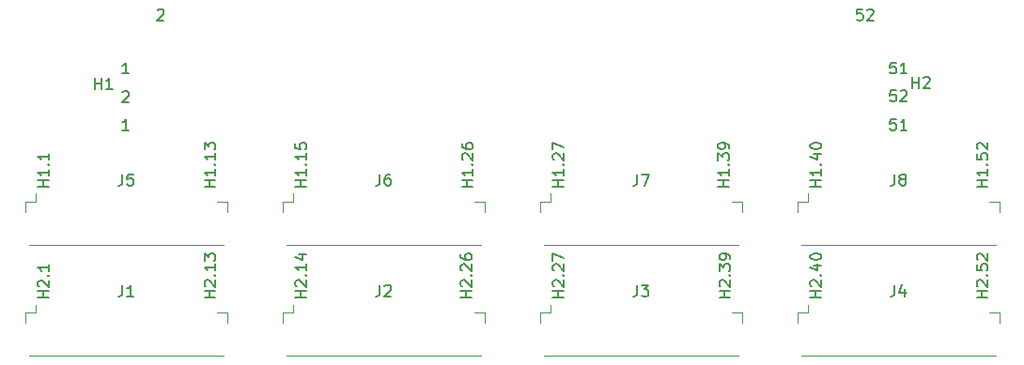
<source format=gbr>
%TF.GenerationSoftware,KiCad,Pcbnew,5.1.6-1.fc32*%
%TF.CreationDate,2020-07-10T21:29:07-03:00*%
%TF.ProjectId,pc104-adapter-bottom,70633130-342d-4616-9461-707465722d62,rev?*%
%TF.SameCoordinates,Original*%
%TF.FileFunction,Legend,Top*%
%TF.FilePolarity,Positive*%
%FSLAX46Y46*%
G04 Gerber Fmt 4.6, Leading zero omitted, Abs format (unit mm)*
G04 Created by KiCad (PCBNEW 5.1.6-1.fc32) date 2020-07-10 21:29:07*
%MOMM*%
%LPD*%
G01*
G04 APERTURE LIST*
%ADD10C,0.160000*%
%ADD11C,0.120000*%
%ADD12C,0.150000*%
G04 APERTURE END LIST*
D10*
X179152380Y-103652380D02*
X178152380Y-103652380D01*
X178628571Y-103652380D02*
X178628571Y-103080952D01*
X179152380Y-103080952D02*
X178152380Y-103080952D01*
X178247619Y-102652380D02*
X178200000Y-102604761D01*
X178152380Y-102509523D01*
X178152380Y-102271428D01*
X178200000Y-102176190D01*
X178247619Y-102128571D01*
X178342857Y-102080952D01*
X178438095Y-102080952D01*
X178580952Y-102128571D01*
X179152380Y-102700000D01*
X179152380Y-102080952D01*
X179057142Y-101652380D02*
X179104761Y-101604761D01*
X179152380Y-101652380D01*
X179104761Y-101700000D01*
X179057142Y-101652380D01*
X179152380Y-101652380D01*
X178152380Y-100700000D02*
X178152380Y-101176190D01*
X178628571Y-101223809D01*
X178580952Y-101176190D01*
X178533333Y-101080952D01*
X178533333Y-100842857D01*
X178580952Y-100747619D01*
X178628571Y-100700000D01*
X178723809Y-100652380D01*
X178961904Y-100652380D01*
X179057142Y-100700000D01*
X179104761Y-100747619D01*
X179152380Y-100842857D01*
X179152380Y-101080952D01*
X179104761Y-101176190D01*
X179057142Y-101223809D01*
X178247619Y-100271428D02*
X178200000Y-100223809D01*
X178152380Y-100128571D01*
X178152380Y-99890476D01*
X178200000Y-99795238D01*
X178247619Y-99747619D01*
X178342857Y-99700000D01*
X178438095Y-99700000D01*
X178580952Y-99747619D01*
X179152380Y-100319047D01*
X179152380Y-99700000D01*
X164152380Y-103652380D02*
X163152380Y-103652380D01*
X163628571Y-103652380D02*
X163628571Y-103080952D01*
X164152380Y-103080952D02*
X163152380Y-103080952D01*
X163247619Y-102652380D02*
X163200000Y-102604761D01*
X163152380Y-102509523D01*
X163152380Y-102271428D01*
X163200000Y-102176190D01*
X163247619Y-102128571D01*
X163342857Y-102080952D01*
X163438095Y-102080952D01*
X163580952Y-102128571D01*
X164152380Y-102700000D01*
X164152380Y-102080952D01*
X164057142Y-101652380D02*
X164104761Y-101604761D01*
X164152380Y-101652380D01*
X164104761Y-101700000D01*
X164057142Y-101652380D01*
X164152380Y-101652380D01*
X163485714Y-100747619D02*
X164152380Y-100747619D01*
X163104761Y-100985714D02*
X163819047Y-101223809D01*
X163819047Y-100604761D01*
X163152380Y-100033333D02*
X163152380Y-99938095D01*
X163200000Y-99842857D01*
X163247619Y-99795238D01*
X163342857Y-99747619D01*
X163533333Y-99700000D01*
X163771428Y-99700000D01*
X163961904Y-99747619D01*
X164057142Y-99795238D01*
X164104761Y-99842857D01*
X164152380Y-99938095D01*
X164152380Y-100033333D01*
X164104761Y-100128571D01*
X164057142Y-100176190D01*
X163961904Y-100223809D01*
X163771428Y-100271428D01*
X163533333Y-100271428D01*
X163342857Y-100223809D01*
X163247619Y-100176190D01*
X163200000Y-100128571D01*
X163152380Y-100033333D01*
X155952380Y-103652380D02*
X154952380Y-103652380D01*
X155428571Y-103652380D02*
X155428571Y-103080952D01*
X155952380Y-103080952D02*
X154952380Y-103080952D01*
X155047619Y-102652380D02*
X155000000Y-102604761D01*
X154952380Y-102509523D01*
X154952380Y-102271428D01*
X155000000Y-102176190D01*
X155047619Y-102128571D01*
X155142857Y-102080952D01*
X155238095Y-102080952D01*
X155380952Y-102128571D01*
X155952380Y-102700000D01*
X155952380Y-102080952D01*
X155857142Y-101652380D02*
X155904761Y-101604761D01*
X155952380Y-101652380D01*
X155904761Y-101700000D01*
X155857142Y-101652380D01*
X155952380Y-101652380D01*
X154952380Y-101271428D02*
X154952380Y-100652380D01*
X155333333Y-100985714D01*
X155333333Y-100842857D01*
X155380952Y-100747619D01*
X155428571Y-100700000D01*
X155523809Y-100652380D01*
X155761904Y-100652380D01*
X155857142Y-100700000D01*
X155904761Y-100747619D01*
X155952380Y-100842857D01*
X155952380Y-101128571D01*
X155904761Y-101223809D01*
X155857142Y-101271428D01*
X155952380Y-100176190D02*
X155952380Y-99985714D01*
X155904761Y-99890476D01*
X155857142Y-99842857D01*
X155714285Y-99747619D01*
X155523809Y-99700000D01*
X155142857Y-99700000D01*
X155047619Y-99747619D01*
X155000000Y-99795238D01*
X154952380Y-99890476D01*
X154952380Y-100080952D01*
X155000000Y-100176190D01*
X155047619Y-100223809D01*
X155142857Y-100271428D01*
X155380952Y-100271428D01*
X155476190Y-100223809D01*
X155523809Y-100176190D01*
X155571428Y-100080952D01*
X155571428Y-99890476D01*
X155523809Y-99795238D01*
X155476190Y-99747619D01*
X155380952Y-99700000D01*
X140952380Y-103652380D02*
X139952380Y-103652380D01*
X140428571Y-103652380D02*
X140428571Y-103080952D01*
X140952380Y-103080952D02*
X139952380Y-103080952D01*
X140047619Y-102652380D02*
X140000000Y-102604761D01*
X139952380Y-102509523D01*
X139952380Y-102271428D01*
X140000000Y-102176190D01*
X140047619Y-102128571D01*
X140142857Y-102080952D01*
X140238095Y-102080952D01*
X140380952Y-102128571D01*
X140952380Y-102700000D01*
X140952380Y-102080952D01*
X140857142Y-101652380D02*
X140904761Y-101604761D01*
X140952380Y-101652380D01*
X140904761Y-101700000D01*
X140857142Y-101652380D01*
X140952380Y-101652380D01*
X140047619Y-101223809D02*
X140000000Y-101176190D01*
X139952380Y-101080952D01*
X139952380Y-100842857D01*
X140000000Y-100747619D01*
X140047619Y-100700000D01*
X140142857Y-100652380D01*
X140238095Y-100652380D01*
X140380952Y-100700000D01*
X140952380Y-101271428D01*
X140952380Y-100652380D01*
X139952380Y-100319047D02*
X139952380Y-99652380D01*
X140952380Y-100080952D01*
X132652380Y-103652380D02*
X131652380Y-103652380D01*
X132128571Y-103652380D02*
X132128571Y-103080952D01*
X132652380Y-103080952D02*
X131652380Y-103080952D01*
X131747619Y-102652380D02*
X131700000Y-102604761D01*
X131652380Y-102509523D01*
X131652380Y-102271428D01*
X131700000Y-102176190D01*
X131747619Y-102128571D01*
X131842857Y-102080952D01*
X131938095Y-102080952D01*
X132080952Y-102128571D01*
X132652380Y-102700000D01*
X132652380Y-102080952D01*
X132557142Y-101652380D02*
X132604761Y-101604761D01*
X132652380Y-101652380D01*
X132604761Y-101700000D01*
X132557142Y-101652380D01*
X132652380Y-101652380D01*
X131747619Y-101223809D02*
X131700000Y-101176190D01*
X131652380Y-101080952D01*
X131652380Y-100842857D01*
X131700000Y-100747619D01*
X131747619Y-100700000D01*
X131842857Y-100652380D01*
X131938095Y-100652380D01*
X132080952Y-100700000D01*
X132652380Y-101271428D01*
X132652380Y-100652380D01*
X131652380Y-99795238D02*
X131652380Y-99985714D01*
X131700000Y-100080952D01*
X131747619Y-100128571D01*
X131890476Y-100223809D01*
X132080952Y-100271428D01*
X132461904Y-100271428D01*
X132557142Y-100223809D01*
X132604761Y-100176190D01*
X132652380Y-100080952D01*
X132652380Y-99890476D01*
X132604761Y-99795238D01*
X132557142Y-99747619D01*
X132461904Y-99700000D01*
X132223809Y-99700000D01*
X132128571Y-99747619D01*
X132080952Y-99795238D01*
X132033333Y-99890476D01*
X132033333Y-100080952D01*
X132080952Y-100176190D01*
X132128571Y-100223809D01*
X132223809Y-100271428D01*
X117752380Y-103652380D02*
X116752380Y-103652380D01*
X117228571Y-103652380D02*
X117228571Y-103080952D01*
X117752380Y-103080952D02*
X116752380Y-103080952D01*
X116847619Y-102652380D02*
X116800000Y-102604761D01*
X116752380Y-102509523D01*
X116752380Y-102271428D01*
X116800000Y-102176190D01*
X116847619Y-102128571D01*
X116942857Y-102080952D01*
X117038095Y-102080952D01*
X117180952Y-102128571D01*
X117752380Y-102700000D01*
X117752380Y-102080952D01*
X117657142Y-101652380D02*
X117704761Y-101604761D01*
X117752380Y-101652380D01*
X117704761Y-101700000D01*
X117657142Y-101652380D01*
X117752380Y-101652380D01*
X117752380Y-100652380D02*
X117752380Y-101223809D01*
X117752380Y-100938095D02*
X116752380Y-100938095D01*
X116895238Y-101033333D01*
X116990476Y-101128571D01*
X117038095Y-101223809D01*
X117085714Y-99795238D02*
X117752380Y-99795238D01*
X116704761Y-100033333D02*
X117419047Y-100271428D01*
X117419047Y-99652380D01*
X109552380Y-103652380D02*
X108552380Y-103652380D01*
X109028571Y-103652380D02*
X109028571Y-103080952D01*
X109552380Y-103080952D02*
X108552380Y-103080952D01*
X108647619Y-102652380D02*
X108600000Y-102604761D01*
X108552380Y-102509523D01*
X108552380Y-102271428D01*
X108600000Y-102176190D01*
X108647619Y-102128571D01*
X108742857Y-102080952D01*
X108838095Y-102080952D01*
X108980952Y-102128571D01*
X109552380Y-102700000D01*
X109552380Y-102080952D01*
X109457142Y-101652380D02*
X109504761Y-101604761D01*
X109552380Y-101652380D01*
X109504761Y-101700000D01*
X109457142Y-101652380D01*
X109552380Y-101652380D01*
X109552380Y-100652380D02*
X109552380Y-101223809D01*
X109552380Y-100938095D02*
X108552380Y-100938095D01*
X108695238Y-101033333D01*
X108790476Y-101128571D01*
X108838095Y-101223809D01*
X108552380Y-100319047D02*
X108552380Y-99700000D01*
X108933333Y-100033333D01*
X108933333Y-99890476D01*
X108980952Y-99795238D01*
X109028571Y-99747619D01*
X109123809Y-99700000D01*
X109361904Y-99700000D01*
X109457142Y-99747619D01*
X109504761Y-99795238D01*
X109552380Y-99890476D01*
X109552380Y-100176190D01*
X109504761Y-100271428D01*
X109457142Y-100319047D01*
X94552380Y-103676190D02*
X93552380Y-103676190D01*
X94028571Y-103676190D02*
X94028571Y-103104761D01*
X94552380Y-103104761D02*
X93552380Y-103104761D01*
X93647619Y-102676190D02*
X93600000Y-102628571D01*
X93552380Y-102533333D01*
X93552380Y-102295238D01*
X93600000Y-102200000D01*
X93647619Y-102152380D01*
X93742857Y-102104761D01*
X93838095Y-102104761D01*
X93980952Y-102152380D01*
X94552380Y-102723809D01*
X94552380Y-102104761D01*
X94457142Y-101676190D02*
X94504761Y-101628571D01*
X94552380Y-101676190D01*
X94504761Y-101723809D01*
X94457142Y-101676190D01*
X94552380Y-101676190D01*
X94552380Y-100676190D02*
X94552380Y-101247619D01*
X94552380Y-100961904D02*
X93552380Y-100961904D01*
X93695238Y-101057142D01*
X93790476Y-101152380D01*
X93838095Y-101247619D01*
X179152380Y-93652380D02*
X178152380Y-93652380D01*
X178628571Y-93652380D02*
X178628571Y-93080952D01*
X179152380Y-93080952D02*
X178152380Y-93080952D01*
X179152380Y-92080952D02*
X179152380Y-92652380D01*
X179152380Y-92366666D02*
X178152380Y-92366666D01*
X178295238Y-92461904D01*
X178390476Y-92557142D01*
X178438095Y-92652380D01*
X179057142Y-91652380D02*
X179104761Y-91604761D01*
X179152380Y-91652380D01*
X179104761Y-91700000D01*
X179057142Y-91652380D01*
X179152380Y-91652380D01*
X178152380Y-90700000D02*
X178152380Y-91176190D01*
X178628571Y-91223809D01*
X178580952Y-91176190D01*
X178533333Y-91080952D01*
X178533333Y-90842857D01*
X178580952Y-90747619D01*
X178628571Y-90700000D01*
X178723809Y-90652380D01*
X178961904Y-90652380D01*
X179057142Y-90700000D01*
X179104761Y-90747619D01*
X179152380Y-90842857D01*
X179152380Y-91080952D01*
X179104761Y-91176190D01*
X179057142Y-91223809D01*
X178247619Y-90271428D02*
X178200000Y-90223809D01*
X178152380Y-90128571D01*
X178152380Y-89890476D01*
X178200000Y-89795238D01*
X178247619Y-89747619D01*
X178342857Y-89700000D01*
X178438095Y-89700000D01*
X178580952Y-89747619D01*
X179152380Y-90319047D01*
X179152380Y-89700000D01*
X164152380Y-93652380D02*
X163152380Y-93652380D01*
X163628571Y-93652380D02*
X163628571Y-93080952D01*
X164152380Y-93080952D02*
X163152380Y-93080952D01*
X164152380Y-92080952D02*
X164152380Y-92652380D01*
X164152380Y-92366666D02*
X163152380Y-92366666D01*
X163295238Y-92461904D01*
X163390476Y-92557142D01*
X163438095Y-92652380D01*
X164057142Y-91652380D02*
X164104761Y-91604761D01*
X164152380Y-91652380D01*
X164104761Y-91700000D01*
X164057142Y-91652380D01*
X164152380Y-91652380D01*
X163485714Y-90747619D02*
X164152380Y-90747619D01*
X163104761Y-90985714D02*
X163819047Y-91223809D01*
X163819047Y-90604761D01*
X163152380Y-90033333D02*
X163152380Y-89938095D01*
X163200000Y-89842857D01*
X163247619Y-89795238D01*
X163342857Y-89747619D01*
X163533333Y-89700000D01*
X163771428Y-89700000D01*
X163961904Y-89747619D01*
X164057142Y-89795238D01*
X164104761Y-89842857D01*
X164152380Y-89938095D01*
X164152380Y-90033333D01*
X164104761Y-90128571D01*
X164057142Y-90176190D01*
X163961904Y-90223809D01*
X163771428Y-90271428D01*
X163533333Y-90271428D01*
X163342857Y-90223809D01*
X163247619Y-90176190D01*
X163200000Y-90128571D01*
X163152380Y-90033333D01*
X155852380Y-93652380D02*
X154852380Y-93652380D01*
X155328571Y-93652380D02*
X155328571Y-93080952D01*
X155852380Y-93080952D02*
X154852380Y-93080952D01*
X155852380Y-92080952D02*
X155852380Y-92652380D01*
X155852380Y-92366666D02*
X154852380Y-92366666D01*
X154995238Y-92461904D01*
X155090476Y-92557142D01*
X155138095Y-92652380D01*
X155757142Y-91652380D02*
X155804761Y-91604761D01*
X155852380Y-91652380D01*
X155804761Y-91700000D01*
X155757142Y-91652380D01*
X155852380Y-91652380D01*
X154852380Y-91271428D02*
X154852380Y-90652380D01*
X155233333Y-90985714D01*
X155233333Y-90842857D01*
X155280952Y-90747619D01*
X155328571Y-90700000D01*
X155423809Y-90652380D01*
X155661904Y-90652380D01*
X155757142Y-90700000D01*
X155804761Y-90747619D01*
X155852380Y-90842857D01*
X155852380Y-91128571D01*
X155804761Y-91223809D01*
X155757142Y-91271428D01*
X155852380Y-90176190D02*
X155852380Y-89985714D01*
X155804761Y-89890476D01*
X155757142Y-89842857D01*
X155614285Y-89747619D01*
X155423809Y-89700000D01*
X155042857Y-89700000D01*
X154947619Y-89747619D01*
X154900000Y-89795238D01*
X154852380Y-89890476D01*
X154852380Y-90080952D01*
X154900000Y-90176190D01*
X154947619Y-90223809D01*
X155042857Y-90271428D01*
X155280952Y-90271428D01*
X155376190Y-90223809D01*
X155423809Y-90176190D01*
X155471428Y-90080952D01*
X155471428Y-89890476D01*
X155423809Y-89795238D01*
X155376190Y-89747619D01*
X155280952Y-89700000D01*
X140952380Y-93652380D02*
X139952380Y-93652380D01*
X140428571Y-93652380D02*
X140428571Y-93080952D01*
X140952380Y-93080952D02*
X139952380Y-93080952D01*
X140952380Y-92080952D02*
X140952380Y-92652380D01*
X140952380Y-92366666D02*
X139952380Y-92366666D01*
X140095238Y-92461904D01*
X140190476Y-92557142D01*
X140238095Y-92652380D01*
X140857142Y-91652380D02*
X140904761Y-91604761D01*
X140952380Y-91652380D01*
X140904761Y-91700000D01*
X140857142Y-91652380D01*
X140952380Y-91652380D01*
X140047619Y-91223809D02*
X140000000Y-91176190D01*
X139952380Y-91080952D01*
X139952380Y-90842857D01*
X140000000Y-90747619D01*
X140047619Y-90700000D01*
X140142857Y-90652380D01*
X140238095Y-90652380D01*
X140380952Y-90700000D01*
X140952380Y-91271428D01*
X140952380Y-90652380D01*
X139952380Y-90319047D02*
X139952380Y-89652380D01*
X140952380Y-90080952D01*
X132752380Y-93652380D02*
X131752380Y-93652380D01*
X132228571Y-93652380D02*
X132228571Y-93080952D01*
X132752380Y-93080952D02*
X131752380Y-93080952D01*
X132752380Y-92080952D02*
X132752380Y-92652380D01*
X132752380Y-92366666D02*
X131752380Y-92366666D01*
X131895238Y-92461904D01*
X131990476Y-92557142D01*
X132038095Y-92652380D01*
X132657142Y-91652380D02*
X132704761Y-91604761D01*
X132752380Y-91652380D01*
X132704761Y-91700000D01*
X132657142Y-91652380D01*
X132752380Y-91652380D01*
X131847619Y-91223809D02*
X131800000Y-91176190D01*
X131752380Y-91080952D01*
X131752380Y-90842857D01*
X131800000Y-90747619D01*
X131847619Y-90700000D01*
X131942857Y-90652380D01*
X132038095Y-90652380D01*
X132180952Y-90700000D01*
X132752380Y-91271428D01*
X132752380Y-90652380D01*
X131752380Y-89795238D02*
X131752380Y-89985714D01*
X131800000Y-90080952D01*
X131847619Y-90128571D01*
X131990476Y-90223809D01*
X132180952Y-90271428D01*
X132561904Y-90271428D01*
X132657142Y-90223809D01*
X132704761Y-90176190D01*
X132752380Y-90080952D01*
X132752380Y-89890476D01*
X132704761Y-89795238D01*
X132657142Y-89747619D01*
X132561904Y-89700000D01*
X132323809Y-89700000D01*
X132228571Y-89747619D01*
X132180952Y-89795238D01*
X132133333Y-89890476D01*
X132133333Y-90080952D01*
X132180952Y-90176190D01*
X132228571Y-90223809D01*
X132323809Y-90271428D01*
X117752380Y-93652380D02*
X116752380Y-93652380D01*
X117228571Y-93652380D02*
X117228571Y-93080952D01*
X117752380Y-93080952D02*
X116752380Y-93080952D01*
X117752380Y-92080952D02*
X117752380Y-92652380D01*
X117752380Y-92366666D02*
X116752380Y-92366666D01*
X116895238Y-92461904D01*
X116990476Y-92557142D01*
X117038095Y-92652380D01*
X117657142Y-91652380D02*
X117704761Y-91604761D01*
X117752380Y-91652380D01*
X117704761Y-91700000D01*
X117657142Y-91652380D01*
X117752380Y-91652380D01*
X117752380Y-90652380D02*
X117752380Y-91223809D01*
X117752380Y-90938095D02*
X116752380Y-90938095D01*
X116895238Y-91033333D01*
X116990476Y-91128571D01*
X117038095Y-91223809D01*
X116752380Y-89747619D02*
X116752380Y-90223809D01*
X117228571Y-90271428D01*
X117180952Y-90223809D01*
X117133333Y-90128571D01*
X117133333Y-89890476D01*
X117180952Y-89795238D01*
X117228571Y-89747619D01*
X117323809Y-89700000D01*
X117561904Y-89700000D01*
X117657142Y-89747619D01*
X117704761Y-89795238D01*
X117752380Y-89890476D01*
X117752380Y-90128571D01*
X117704761Y-90223809D01*
X117657142Y-90271428D01*
X109552380Y-93652380D02*
X108552380Y-93652380D01*
X109028571Y-93652380D02*
X109028571Y-93080952D01*
X109552380Y-93080952D02*
X108552380Y-93080952D01*
X109552380Y-92080952D02*
X109552380Y-92652380D01*
X109552380Y-92366666D02*
X108552380Y-92366666D01*
X108695238Y-92461904D01*
X108790476Y-92557142D01*
X108838095Y-92652380D01*
X109457142Y-91652380D02*
X109504761Y-91604761D01*
X109552380Y-91652380D01*
X109504761Y-91700000D01*
X109457142Y-91652380D01*
X109552380Y-91652380D01*
X109552380Y-90652380D02*
X109552380Y-91223809D01*
X109552380Y-90938095D02*
X108552380Y-90938095D01*
X108695238Y-91033333D01*
X108790476Y-91128571D01*
X108838095Y-91223809D01*
X108552380Y-90319047D02*
X108552380Y-89700000D01*
X108933333Y-90033333D01*
X108933333Y-89890476D01*
X108980952Y-89795238D01*
X109028571Y-89747619D01*
X109123809Y-89700000D01*
X109361904Y-89700000D01*
X109457142Y-89747619D01*
X109504761Y-89795238D01*
X109552380Y-89890476D01*
X109552380Y-90176190D01*
X109504761Y-90271428D01*
X109457142Y-90319047D01*
X94552380Y-93676190D02*
X93552380Y-93676190D01*
X94028571Y-93676190D02*
X94028571Y-93104761D01*
X94552380Y-93104761D02*
X93552380Y-93104761D01*
X94552380Y-92104761D02*
X94552380Y-92676190D01*
X94552380Y-92390476D02*
X93552380Y-92390476D01*
X93695238Y-92485714D01*
X93790476Y-92580952D01*
X93838095Y-92676190D01*
X94457142Y-91676190D02*
X94504761Y-91628571D01*
X94552380Y-91676190D01*
X94504761Y-91723809D01*
X94457142Y-91676190D01*
X94552380Y-91676190D01*
X94552380Y-90676190D02*
X94552380Y-91247619D01*
X94552380Y-90961904D02*
X93552380Y-90961904D01*
X93695238Y-91057142D01*
X93790476Y-91152380D01*
X93838095Y-91247619D01*
D11*
%TO.C,J8*%
X162360000Y-98910000D02*
X179840000Y-98910000D01*
X180210000Y-94990000D02*
X179260000Y-94990000D01*
X180210000Y-95940000D02*
X180210000Y-94990000D01*
X162940000Y-94990000D02*
X162940000Y-94300000D01*
X161990000Y-94990000D02*
X162940000Y-94990000D01*
X161990000Y-95940000D02*
X161990000Y-94990000D01*
%TO.C,J7*%
X139160000Y-98910000D02*
X156640000Y-98910000D01*
X157010000Y-94990000D02*
X156060000Y-94990000D01*
X157010000Y-95940000D02*
X157010000Y-94990000D01*
X139740000Y-94990000D02*
X139740000Y-94300000D01*
X138790000Y-94990000D02*
X139740000Y-94990000D01*
X138790000Y-95940000D02*
X138790000Y-94990000D01*
%TO.C,J6*%
X115960000Y-98910000D02*
X133440000Y-98910000D01*
X133810000Y-94990000D02*
X132860000Y-94990000D01*
X133810000Y-95940000D02*
X133810000Y-94990000D01*
X116540000Y-94990000D02*
X116540000Y-94300000D01*
X115590000Y-94990000D02*
X116540000Y-94990000D01*
X115590000Y-95940000D02*
X115590000Y-94990000D01*
%TO.C,J5*%
X92760000Y-98910000D02*
X110240000Y-98910000D01*
X110610000Y-94990000D02*
X109660000Y-94990000D01*
X110610000Y-95940000D02*
X110610000Y-94990000D01*
X93340000Y-94990000D02*
X93340000Y-94300000D01*
X92390000Y-94990000D02*
X93340000Y-94990000D01*
X92390000Y-95940000D02*
X92390000Y-94990000D01*
%TO.C,J4*%
X162360000Y-108910000D02*
X179840000Y-108910000D01*
X180210000Y-104990000D02*
X179260000Y-104990000D01*
X180210000Y-105940000D02*
X180210000Y-104990000D01*
X162940000Y-104990000D02*
X162940000Y-104300000D01*
X161990000Y-104990000D02*
X162940000Y-104990000D01*
X161990000Y-105940000D02*
X161990000Y-104990000D01*
%TO.C,J3*%
X139160000Y-108910000D02*
X156640000Y-108910000D01*
X157010000Y-104990000D02*
X156060000Y-104990000D01*
X157010000Y-105940000D02*
X157010000Y-104990000D01*
X139740000Y-104990000D02*
X139740000Y-104300000D01*
X138790000Y-104990000D02*
X139740000Y-104990000D01*
X138790000Y-105940000D02*
X138790000Y-104990000D01*
%TO.C,J2*%
X115960000Y-108910000D02*
X133440000Y-108910000D01*
X133810000Y-104990000D02*
X132860000Y-104990000D01*
X133810000Y-105940000D02*
X133810000Y-104990000D01*
X116540000Y-104990000D02*
X116540000Y-104300000D01*
X115590000Y-104990000D02*
X116540000Y-104990000D01*
X115590000Y-105940000D02*
X115590000Y-104990000D01*
%TO.C,J1*%
X92760000Y-108910000D02*
X110240000Y-108910000D01*
X110610000Y-104990000D02*
X109660000Y-104990000D01*
X110610000Y-105940000D02*
X110610000Y-104990000D01*
X93340000Y-104990000D02*
X93340000Y-104300000D01*
X92390000Y-104990000D02*
X93340000Y-104990000D01*
X92390000Y-105940000D02*
X92390000Y-104990000D01*
%TO.C,J9*%
D10*
X167861904Y-77652380D02*
X167385714Y-77652380D01*
X167338095Y-78128571D01*
X167385714Y-78080952D01*
X167480952Y-78033333D01*
X167719047Y-78033333D01*
X167814285Y-78080952D01*
X167861904Y-78128571D01*
X167909523Y-78223809D01*
X167909523Y-78461904D01*
X167861904Y-78557142D01*
X167814285Y-78604761D01*
X167719047Y-78652380D01*
X167480952Y-78652380D01*
X167385714Y-78604761D01*
X167338095Y-78557142D01*
X168290476Y-77747619D02*
X168338095Y-77700000D01*
X168433333Y-77652380D01*
X168671428Y-77652380D01*
X168766666Y-77700000D01*
X168814285Y-77747619D01*
X168861904Y-77842857D01*
X168861904Y-77938095D01*
X168814285Y-78080952D01*
X168242857Y-78652380D01*
X168861904Y-78652380D01*
X170861904Y-82452380D02*
X170385714Y-82452380D01*
X170338095Y-82928571D01*
X170385714Y-82880952D01*
X170480952Y-82833333D01*
X170719047Y-82833333D01*
X170814285Y-82880952D01*
X170861904Y-82928571D01*
X170909523Y-83023809D01*
X170909523Y-83261904D01*
X170861904Y-83357142D01*
X170814285Y-83404761D01*
X170719047Y-83452380D01*
X170480952Y-83452380D01*
X170385714Y-83404761D01*
X170338095Y-83357142D01*
X171861904Y-83452380D02*
X171290476Y-83452380D01*
X171576190Y-83452380D02*
X171576190Y-82452380D01*
X171480952Y-82595238D01*
X171385714Y-82690476D01*
X171290476Y-82738095D01*
X104314285Y-77747619D02*
X104361904Y-77700000D01*
X104457142Y-77652380D01*
X104695238Y-77652380D01*
X104790476Y-77700000D01*
X104838095Y-77747619D01*
X104885714Y-77842857D01*
X104885714Y-77938095D01*
X104838095Y-78080952D01*
X104266666Y-78652380D01*
X104885714Y-78652380D01*
X101745714Y-83452380D02*
X101174285Y-83452380D01*
X101460000Y-83452380D02*
X101460000Y-82452380D01*
X101364761Y-82595238D01*
X101269523Y-82690476D01*
X101174285Y-82738095D01*
%TO.C,J10*%
X170861904Y-84952380D02*
X170385714Y-84952380D01*
X170338095Y-85428571D01*
X170385714Y-85380952D01*
X170480952Y-85333333D01*
X170719047Y-85333333D01*
X170814285Y-85380952D01*
X170861904Y-85428571D01*
X170909523Y-85523809D01*
X170909523Y-85761904D01*
X170861904Y-85857142D01*
X170814285Y-85904761D01*
X170719047Y-85952380D01*
X170480952Y-85952380D01*
X170385714Y-85904761D01*
X170338095Y-85857142D01*
X171290476Y-85047619D02*
X171338095Y-85000000D01*
X171433333Y-84952380D01*
X171671428Y-84952380D01*
X171766666Y-85000000D01*
X171814285Y-85047619D01*
X171861904Y-85142857D01*
X171861904Y-85238095D01*
X171814285Y-85380952D01*
X171242857Y-85952380D01*
X171861904Y-85952380D01*
X170861904Y-87552380D02*
X170385714Y-87552380D01*
X170338095Y-88028571D01*
X170385714Y-87980952D01*
X170480952Y-87933333D01*
X170719047Y-87933333D01*
X170814285Y-87980952D01*
X170861904Y-88028571D01*
X170909523Y-88123809D01*
X170909523Y-88361904D01*
X170861904Y-88457142D01*
X170814285Y-88504761D01*
X170719047Y-88552380D01*
X170480952Y-88552380D01*
X170385714Y-88504761D01*
X170338095Y-88457142D01*
X171861904Y-88552380D02*
X171290476Y-88552380D01*
X171576190Y-88552380D02*
X171576190Y-87552380D01*
X171480952Y-87695238D01*
X171385714Y-87790476D01*
X171290476Y-87838095D01*
X101174285Y-85147619D02*
X101221904Y-85100000D01*
X101317142Y-85052380D01*
X101555238Y-85052380D01*
X101650476Y-85100000D01*
X101698095Y-85147619D01*
X101745714Y-85242857D01*
X101745714Y-85338095D01*
X101698095Y-85480952D01*
X101126666Y-86052380D01*
X101745714Y-86052380D01*
X101745714Y-88552380D02*
X101174285Y-88552380D01*
X101460000Y-88552380D02*
X101460000Y-87552380D01*
X101364761Y-87695238D01*
X101269523Y-87790476D01*
X101174285Y-87838095D01*
%TO.C,J8*%
D12*
X170766666Y-92552380D02*
X170766666Y-93266666D01*
X170719047Y-93409523D01*
X170623809Y-93504761D01*
X170480952Y-93552380D01*
X170385714Y-93552380D01*
X171385714Y-92980952D02*
X171290476Y-92933333D01*
X171242857Y-92885714D01*
X171195238Y-92790476D01*
X171195238Y-92742857D01*
X171242857Y-92647619D01*
X171290476Y-92600000D01*
X171385714Y-92552380D01*
X171576190Y-92552380D01*
X171671428Y-92600000D01*
X171719047Y-92647619D01*
X171766666Y-92742857D01*
X171766666Y-92790476D01*
X171719047Y-92885714D01*
X171671428Y-92933333D01*
X171576190Y-92980952D01*
X171385714Y-92980952D01*
X171290476Y-93028571D01*
X171242857Y-93076190D01*
X171195238Y-93171428D01*
X171195238Y-93361904D01*
X171242857Y-93457142D01*
X171290476Y-93504761D01*
X171385714Y-93552380D01*
X171576190Y-93552380D01*
X171671428Y-93504761D01*
X171719047Y-93457142D01*
X171766666Y-93361904D01*
X171766666Y-93171428D01*
X171719047Y-93076190D01*
X171671428Y-93028571D01*
X171576190Y-92980952D01*
%TO.C,J7*%
X147566666Y-92552380D02*
X147566666Y-93266666D01*
X147519047Y-93409523D01*
X147423809Y-93504761D01*
X147280952Y-93552380D01*
X147185714Y-93552380D01*
X147947619Y-92552380D02*
X148614285Y-92552380D01*
X148185714Y-93552380D01*
%TO.C,J6*%
X124366666Y-92552380D02*
X124366666Y-93266666D01*
X124319047Y-93409523D01*
X124223809Y-93504761D01*
X124080952Y-93552380D01*
X123985714Y-93552380D01*
X125271428Y-92552380D02*
X125080952Y-92552380D01*
X124985714Y-92600000D01*
X124938095Y-92647619D01*
X124842857Y-92790476D01*
X124795238Y-92980952D01*
X124795238Y-93361904D01*
X124842857Y-93457142D01*
X124890476Y-93504761D01*
X124985714Y-93552380D01*
X125176190Y-93552380D01*
X125271428Y-93504761D01*
X125319047Y-93457142D01*
X125366666Y-93361904D01*
X125366666Y-93123809D01*
X125319047Y-93028571D01*
X125271428Y-92980952D01*
X125176190Y-92933333D01*
X124985714Y-92933333D01*
X124890476Y-92980952D01*
X124842857Y-93028571D01*
X124795238Y-93123809D01*
%TO.C,J5*%
X101166666Y-92552380D02*
X101166666Y-93266666D01*
X101119047Y-93409523D01*
X101023809Y-93504761D01*
X100880952Y-93552380D01*
X100785714Y-93552380D01*
X102119047Y-92552380D02*
X101642857Y-92552380D01*
X101595238Y-93028571D01*
X101642857Y-92980952D01*
X101738095Y-92933333D01*
X101976190Y-92933333D01*
X102071428Y-92980952D01*
X102119047Y-93028571D01*
X102166666Y-93123809D01*
X102166666Y-93361904D01*
X102119047Y-93457142D01*
X102071428Y-93504761D01*
X101976190Y-93552380D01*
X101738095Y-93552380D01*
X101642857Y-93504761D01*
X101595238Y-93457142D01*
%TO.C,J4*%
X170766666Y-102552380D02*
X170766666Y-103266666D01*
X170719047Y-103409523D01*
X170623809Y-103504761D01*
X170480952Y-103552380D01*
X170385714Y-103552380D01*
X171671428Y-102885714D02*
X171671428Y-103552380D01*
X171433333Y-102504761D02*
X171195238Y-103219047D01*
X171814285Y-103219047D01*
%TO.C,J3*%
X147566666Y-102552380D02*
X147566666Y-103266666D01*
X147519047Y-103409523D01*
X147423809Y-103504761D01*
X147280952Y-103552380D01*
X147185714Y-103552380D01*
X147947619Y-102552380D02*
X148566666Y-102552380D01*
X148233333Y-102933333D01*
X148376190Y-102933333D01*
X148471428Y-102980952D01*
X148519047Y-103028571D01*
X148566666Y-103123809D01*
X148566666Y-103361904D01*
X148519047Y-103457142D01*
X148471428Y-103504761D01*
X148376190Y-103552380D01*
X148090476Y-103552380D01*
X147995238Y-103504761D01*
X147947619Y-103457142D01*
%TO.C,J2*%
X124366666Y-102552380D02*
X124366666Y-103266666D01*
X124319047Y-103409523D01*
X124223809Y-103504761D01*
X124080952Y-103552380D01*
X123985714Y-103552380D01*
X124795238Y-102647619D02*
X124842857Y-102600000D01*
X124938095Y-102552380D01*
X125176190Y-102552380D01*
X125271428Y-102600000D01*
X125319047Y-102647619D01*
X125366666Y-102742857D01*
X125366666Y-102838095D01*
X125319047Y-102980952D01*
X124747619Y-103552380D01*
X125366666Y-103552380D01*
%TO.C,J1*%
X101166666Y-102552380D02*
X101166666Y-103266666D01*
X101119047Y-103409523D01*
X101023809Y-103504761D01*
X100880952Y-103552380D01*
X100785714Y-103552380D01*
X102166666Y-103552380D02*
X101595238Y-103552380D01*
X101880952Y-103552380D02*
X101880952Y-102552380D01*
X101785714Y-102695238D01*
X101690476Y-102790476D01*
X101595238Y-102838095D01*
%TO.C,H2*%
X172378095Y-84752380D02*
X172378095Y-83752380D01*
X172378095Y-84228571D02*
X172949523Y-84228571D01*
X172949523Y-84752380D02*
X172949523Y-83752380D01*
X173378095Y-83847619D02*
X173425714Y-83800000D01*
X173520952Y-83752380D01*
X173759047Y-83752380D01*
X173854285Y-83800000D01*
X173901904Y-83847619D01*
X173949523Y-83942857D01*
X173949523Y-84038095D01*
X173901904Y-84180952D01*
X173330476Y-84752380D01*
X173949523Y-84752380D01*
%TO.C,H1*%
X98698095Y-84852380D02*
X98698095Y-83852380D01*
X98698095Y-84328571D02*
X99269523Y-84328571D01*
X99269523Y-84852380D02*
X99269523Y-83852380D01*
X100269523Y-84852380D02*
X99698095Y-84852380D01*
X99983809Y-84852380D02*
X99983809Y-83852380D01*
X99888571Y-83995238D01*
X99793333Y-84090476D01*
X99698095Y-84138095D01*
%TD*%
M02*

</source>
